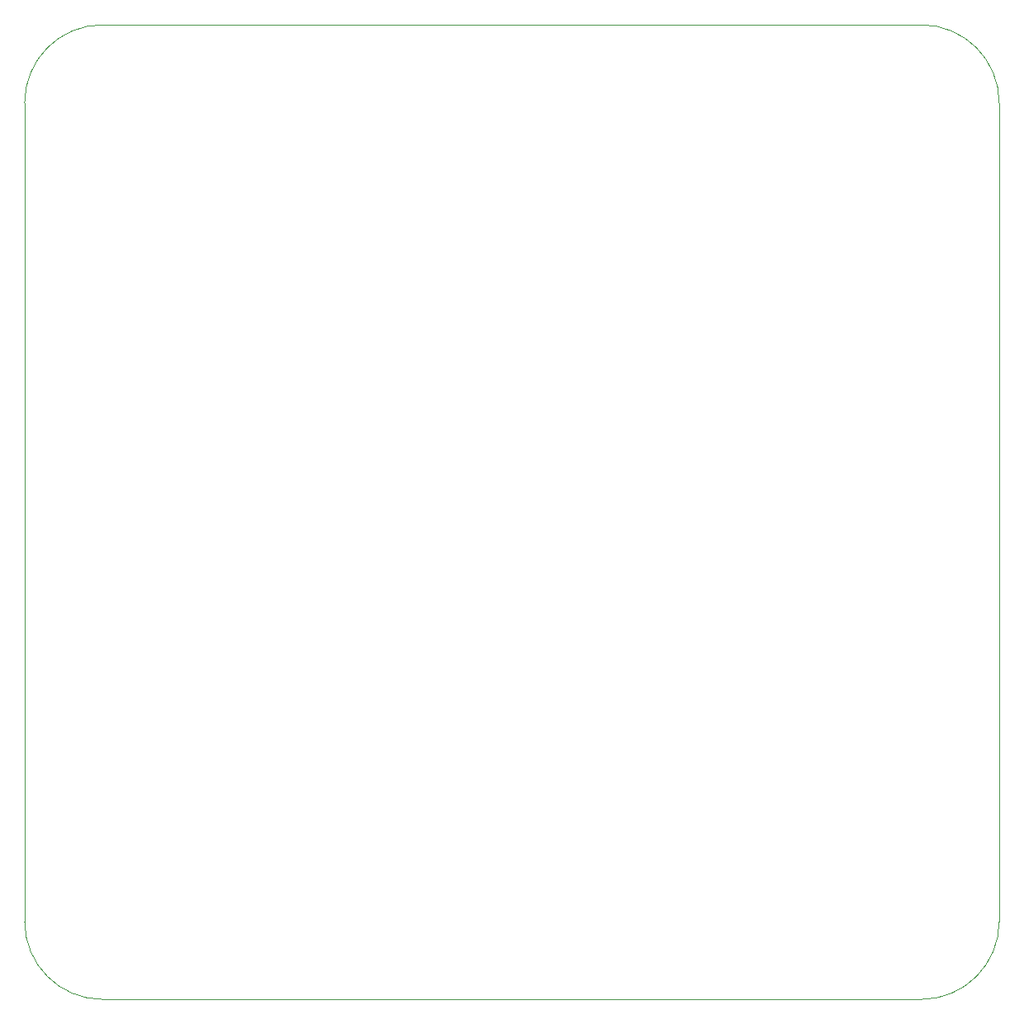
<source format=gbr>
%TF.GenerationSoftware,KiCad,Pcbnew,8.0.2*%
%TF.CreationDate,2025-04-19T11:58:40+02:00*%
%TF.ProjectId,Patje zuig men kloten,5061746a-6520-47a7-9569-67206d656e20,rev?*%
%TF.SameCoordinates,Original*%
%TF.FileFunction,Profile,NP*%
%FSLAX46Y46*%
G04 Gerber Fmt 4.6, Leading zero omitted, Abs format (unit mm)*
G04 Created by KiCad (PCBNEW 8.0.2) date 2025-04-19 11:58:40*
%MOMM*%
%LPD*%
G01*
G04 APERTURE LIST*
%TA.AperFunction,Profile*%
%ADD10C,0.050000*%
%TD*%
G04 APERTURE END LIST*
D10*
X93778500Y-134202000D02*
X93778500Y-50202000D01*
X101778500Y-42202000D02*
X185778500Y-42202000D01*
X193778500Y-50202000D02*
X193778500Y-134202000D01*
X185778500Y-42202000D02*
G75*
G02*
X193778500Y-50202000I0J-8000000D01*
G01*
X193778500Y-134202000D02*
G75*
G02*
X185778500Y-142202000I-8000000J0D01*
G01*
X185778500Y-142202000D02*
X101778500Y-142202000D01*
X101778500Y-142202000D02*
G75*
G02*
X93778500Y-134202000I0J8000000D01*
G01*
X93778500Y-50202000D02*
G75*
G02*
X101778500Y-42202000I8000000J0D01*
G01*
M02*

</source>
